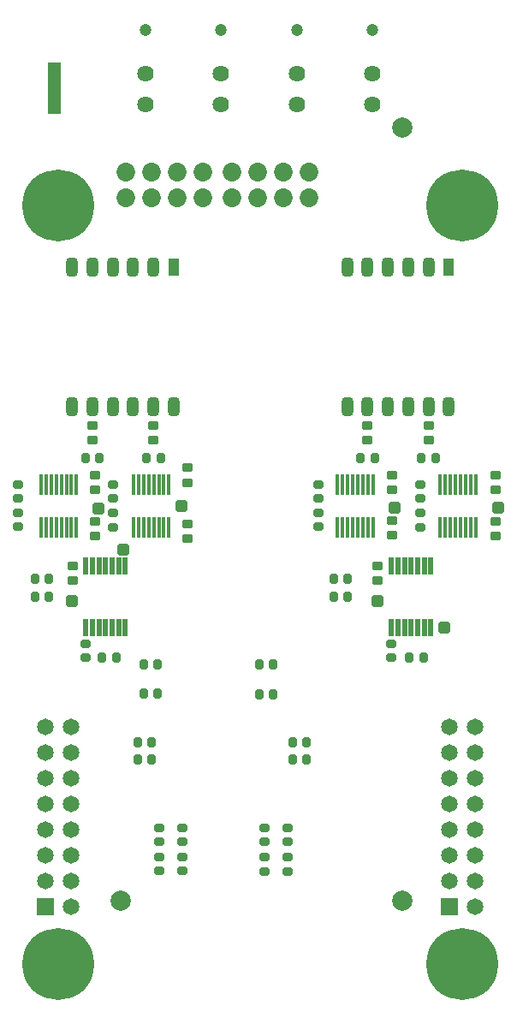
<source format=gts>
G04*
G04 #@! TF.GenerationSoftware,Altium Limited,Altium Designer,21.4.1 (30)*
G04*
G04 Layer_Color=8388736*
%FSLAX25Y25*%
%MOIN*%
G70*
G04*
G04 #@! TF.SameCoordinates,7EEB5CCF-43E0-40BE-B5BA-AD8CC80F1960*
G04*
G04*
G04 #@! TF.FilePolarity,Negative*
G04*
G01*
G75*
G04:AMPARAMS|DCode=22|XSize=43.37mil|YSize=43.37mil|CornerRadius=5.94mil|HoleSize=0mil|Usage=FLASHONLY|Rotation=90.000|XOffset=0mil|YOffset=0mil|HoleType=Round|Shape=RoundedRectangle|*
%AMROUNDEDRECTD22*
21,1,0.04337,0.03150,0,0,90.0*
21,1,0.03150,0.04337,0,0,90.0*
1,1,0.01187,0.01575,0.01575*
1,1,0.01187,0.01575,-0.01575*
1,1,0.01187,-0.01575,-0.01575*
1,1,0.01187,-0.01575,0.01575*
%
%ADD22ROUNDEDRECTD22*%
G04:AMPARAMS|DCode=23|XSize=39.43mil|YSize=31.56mil|CornerRadius=8.89mil|HoleSize=0mil|Usage=FLASHONLY|Rotation=180.000|XOffset=0mil|YOffset=0mil|HoleType=Round|Shape=RoundedRectangle|*
%AMROUNDEDRECTD23*
21,1,0.03943,0.01378,0,0,180.0*
21,1,0.02165,0.03156,0,0,180.0*
1,1,0.01778,-0.01083,0.00689*
1,1,0.01778,0.01083,0.00689*
1,1,0.01778,0.01083,-0.00689*
1,1,0.01778,-0.01083,-0.00689*
%
%ADD23ROUNDEDRECTD23*%
G04:AMPARAMS|DCode=24|XSize=21.72mil|YSize=66.99mil|CornerRadius=3.95mil|HoleSize=0mil|Usage=FLASHONLY|Rotation=180.000|XOffset=0mil|YOffset=0mil|HoleType=Round|Shape=RoundedRectangle|*
%AMROUNDEDRECTD24*
21,1,0.02172,0.05909,0,0,180.0*
21,1,0.01382,0.06699,0,0,180.0*
1,1,0.00790,-0.00691,0.02955*
1,1,0.00790,0.00691,0.02955*
1,1,0.00790,0.00691,-0.02955*
1,1,0.00790,-0.00691,-0.02955*
%
%ADD24ROUNDEDRECTD24*%
%ADD25O,0.01581X0.08077*%
G04:AMPARAMS|DCode=26|XSize=71.5mil|YSize=44mil|CornerRadius=12mil|HoleSize=0mil|Usage=FLASHONLY|Rotation=270.000|XOffset=0mil|YOffset=0mil|HoleType=Round|Shape=RoundedRectangle|*
%AMROUNDEDRECTD26*
21,1,0.07150,0.02000,0,0,270.0*
21,1,0.04750,0.04400,0,0,270.0*
1,1,0.02400,-0.01000,-0.02375*
1,1,0.02400,-0.01000,0.02375*
1,1,0.02400,0.01000,0.02375*
1,1,0.02400,0.01000,-0.02375*
%
%ADD26ROUNDEDRECTD26*%
%ADD27R,0.04400X0.07150*%
G04:AMPARAMS|DCode=28|XSize=41.4mil|YSize=33.53mil|CornerRadius=9.38mil|HoleSize=0mil|Usage=FLASHONLY|Rotation=180.000|XOffset=0mil|YOffset=0mil|HoleType=Round|Shape=RoundedRectangle|*
%AMROUNDEDRECTD28*
21,1,0.04140,0.01476,0,0,180.0*
21,1,0.02264,0.03353,0,0,180.0*
1,1,0.01876,-0.01132,0.00738*
1,1,0.01876,0.01132,0.00738*
1,1,0.01876,0.01132,-0.00738*
1,1,0.01876,-0.01132,-0.00738*
%
%ADD28ROUNDEDRECTD28*%
G04:AMPARAMS|DCode=29|XSize=39.43mil|YSize=31.56mil|CornerRadius=8.89mil|HoleSize=0mil|Usage=FLASHONLY|Rotation=90.000|XOffset=0mil|YOffset=0mil|HoleType=Round|Shape=RoundedRectangle|*
%AMROUNDEDRECTD29*
21,1,0.03943,0.01378,0,0,90.0*
21,1,0.02165,0.03156,0,0,90.0*
1,1,0.01778,0.00689,0.01083*
1,1,0.01778,0.00689,-0.01083*
1,1,0.01778,-0.00689,-0.01083*
1,1,0.01778,-0.00689,0.01083*
%
%ADD29ROUNDEDRECTD29*%
%ADD30C,0.07874*%
%ADD31C,0.07290*%
%ADD32C,0.06502*%
%ADD33R,0.06502X0.06502*%
%ADD34C,0.04737*%
%ADD35C,0.06400*%
%ADD36C,0.27959*%
G36*
X20731Y370500D02*
Y350500D01*
X15731D01*
Y370500D01*
X20731D01*
D02*
G37*
D22*
X144000Y161000D02*
D03*
X67641Y198000D02*
D03*
X190957Y197175D02*
D03*
X35448Y196929D02*
D03*
X150827Y197175D02*
D03*
X45000Y181000D02*
D03*
X170000Y150634D02*
D03*
X25000Y161000D02*
D03*
D23*
X149536Y138792D02*
D03*
Y144304D02*
D03*
X4000Y200854D02*
D03*
Y206366D02*
D03*
Y189744D02*
D03*
Y195256D02*
D03*
X67969Y55759D02*
D03*
Y61271D02*
D03*
X58969Y61271D02*
D03*
Y55759D02*
D03*
X58969Y67194D02*
D03*
Y72705D02*
D03*
X67969Y67194D02*
D03*
Y72705D02*
D03*
X41000Y200854D02*
D03*
Y206366D02*
D03*
Y189634D02*
D03*
Y195146D02*
D03*
X109251Y55619D02*
D03*
Y61130D02*
D03*
X100251Y61130D02*
D03*
Y55619D02*
D03*
X100251Y72630D02*
D03*
Y67119D02*
D03*
X109251Y72630D02*
D03*
Y67119D02*
D03*
X121015Y200854D02*
D03*
Y206366D02*
D03*
X160900Y200854D02*
D03*
Y206366D02*
D03*
X121015Y189744D02*
D03*
Y195256D02*
D03*
X160900Y189634D02*
D03*
Y195146D02*
D03*
X30561Y138792D02*
D03*
Y144304D02*
D03*
D24*
X164890Y174649D02*
D03*
X162331D02*
D03*
X159772D02*
D03*
X157213D02*
D03*
X154654D02*
D03*
X152095D02*
D03*
X149536D02*
D03*
X164890Y150634D02*
D03*
X162331D02*
D03*
X159772D02*
D03*
X157213D02*
D03*
X154654D02*
D03*
X152095D02*
D03*
X149536D02*
D03*
X45915Y174649D02*
D03*
X43356D02*
D03*
X40797D02*
D03*
X38238D02*
D03*
X35679D02*
D03*
X33120D02*
D03*
X30561D02*
D03*
X45915Y150634D02*
D03*
X43356D02*
D03*
X40797D02*
D03*
X38238D02*
D03*
X35679D02*
D03*
X33120D02*
D03*
X30561D02*
D03*
D25*
X13110Y189634D02*
D03*
X15079D02*
D03*
X17047D02*
D03*
X19016D02*
D03*
X20984D02*
D03*
X22953D02*
D03*
X24921D02*
D03*
X26890D02*
D03*
X13110Y206366D02*
D03*
X15079D02*
D03*
X17047D02*
D03*
X19016D02*
D03*
X20984D02*
D03*
X22953D02*
D03*
X24921D02*
D03*
X26890D02*
D03*
X49110Y189634D02*
D03*
X51079D02*
D03*
X53047D02*
D03*
X55016D02*
D03*
X56984D02*
D03*
X58953D02*
D03*
X60921D02*
D03*
X62890D02*
D03*
X49110Y206366D02*
D03*
X51079D02*
D03*
X53047D02*
D03*
X55016D02*
D03*
X56984D02*
D03*
X58953D02*
D03*
X60921D02*
D03*
X62890D02*
D03*
X128610Y189634D02*
D03*
X130579D02*
D03*
X128610Y206366D02*
D03*
X130579D02*
D03*
X136484Y189634D02*
D03*
X138453D02*
D03*
X132547D02*
D03*
X134516D02*
D03*
X140421D02*
D03*
X142390D02*
D03*
X132547Y206366D02*
D03*
X134516D02*
D03*
X136484D02*
D03*
X138453D02*
D03*
X142390D02*
D03*
X140421D02*
D03*
X168510Y189634D02*
D03*
X170479D02*
D03*
X168510Y206366D02*
D03*
X170479D02*
D03*
X176384Y189634D02*
D03*
X178353D02*
D03*
X172447D02*
D03*
X174416D02*
D03*
X180321D02*
D03*
X182290D02*
D03*
X172447Y206366D02*
D03*
X174416D02*
D03*
X176384D02*
D03*
X178353D02*
D03*
X182290D02*
D03*
X180321D02*
D03*
D26*
X25185Y236665D02*
D03*
X33085D02*
D03*
X40985D02*
D03*
X48885D02*
D03*
X56785D02*
D03*
X64685D02*
D03*
X25185Y290915D02*
D03*
X33085D02*
D03*
X40985D02*
D03*
X48885D02*
D03*
X56785D02*
D03*
X132374Y236665D02*
D03*
X140274D02*
D03*
X148174D02*
D03*
X156074D02*
D03*
X163974D02*
D03*
X171874D02*
D03*
X132374Y290915D02*
D03*
X140274D02*
D03*
X148174D02*
D03*
X156074D02*
D03*
X163974D02*
D03*
D27*
X64685D02*
D03*
X171874D02*
D03*
D28*
X144103Y168941D02*
D03*
Y174649D02*
D03*
X34000Y191854D02*
D03*
Y186146D02*
D03*
X34000Y204146D02*
D03*
Y209854D02*
D03*
X163974Y223396D02*
D03*
Y229104D02*
D03*
X56785Y223396D02*
D03*
Y229104D02*
D03*
X70000Y212709D02*
D03*
Y207000D02*
D03*
X70059Y185246D02*
D03*
Y190954D02*
D03*
X33085Y223396D02*
D03*
Y229104D02*
D03*
X140274Y223396D02*
D03*
Y229104D02*
D03*
X149900Y186546D02*
D03*
Y192254D02*
D03*
X190100Y186146D02*
D03*
Y191854D02*
D03*
X149900Y204246D02*
D03*
Y209954D02*
D03*
X190100Y204146D02*
D03*
Y209854D02*
D03*
X25316Y174649D02*
D03*
Y168941D02*
D03*
D29*
X58550Y136322D02*
D03*
X53039D02*
D03*
Y124822D02*
D03*
X58550D02*
D03*
X50744Y106000D02*
D03*
X56256D02*
D03*
X56256Y99290D02*
D03*
X50744D02*
D03*
X59631Y216500D02*
D03*
X54119D02*
D03*
X161218D02*
D03*
X166730D02*
D03*
X98067Y136099D02*
D03*
X103578D02*
D03*
X103578Y124599D02*
D03*
X98067D02*
D03*
X111000Y106000D02*
D03*
X116512D02*
D03*
X111000Y99290D02*
D03*
X116512D02*
D03*
X35841Y216500D02*
D03*
X30329D02*
D03*
X137518D02*
D03*
X143030D02*
D03*
X10744Y162500D02*
D03*
X16256D02*
D03*
X132556Y162500D02*
D03*
X127044D02*
D03*
X10744Y169500D02*
D03*
X16256D02*
D03*
X132556Y169500D02*
D03*
X127044D02*
D03*
X36933Y138792D02*
D03*
X42445D02*
D03*
X156568D02*
D03*
X162080D02*
D03*
D30*
X44004Y44208D02*
D03*
X153803D02*
D03*
Y345361D02*
D03*
D31*
X107362Y327835D02*
D03*
Y317835D02*
D03*
X97362D02*
D03*
Y327835D02*
D03*
X87362Y317835D02*
D03*
Y327835D02*
D03*
X117362D02*
D03*
Y317835D02*
D03*
X66024Y327835D02*
D03*
Y317835D02*
D03*
X56024D02*
D03*
Y327835D02*
D03*
X46024Y317835D02*
D03*
Y327835D02*
D03*
X76024D02*
D03*
Y317835D02*
D03*
D32*
X172165Y51929D02*
D03*
Y61929D02*
D03*
Y71929D02*
D03*
Y81929D02*
D03*
Y91929D02*
D03*
Y101929D02*
D03*
Y111929D02*
D03*
X182165Y41929D02*
D03*
Y51929D02*
D03*
Y61929D02*
D03*
Y71929D02*
D03*
Y81929D02*
D03*
Y91929D02*
D03*
Y101929D02*
D03*
Y111929D02*
D03*
X14685Y51929D02*
D03*
Y61929D02*
D03*
Y71929D02*
D03*
Y81929D02*
D03*
Y91929D02*
D03*
Y101929D02*
D03*
Y111929D02*
D03*
X24685Y41929D02*
D03*
Y51929D02*
D03*
Y61929D02*
D03*
Y71929D02*
D03*
Y81929D02*
D03*
Y91929D02*
D03*
Y101929D02*
D03*
Y111929D02*
D03*
D33*
X172165Y41929D02*
D03*
X14685D02*
D03*
D34*
X112644Y383100D02*
D03*
X83243D02*
D03*
X53842D02*
D03*
X142045D02*
D03*
D35*
X112644Y366100D02*
D03*
Y354301D02*
D03*
X83243Y366100D02*
D03*
Y354301D02*
D03*
X53842Y366100D02*
D03*
Y354301D02*
D03*
X142045Y366100D02*
D03*
Y354301D02*
D03*
D36*
X19685Y314961D02*
D03*
X177165D02*
D03*
X19685Y19685D02*
D03*
X177165D02*
D03*
M02*

</source>
